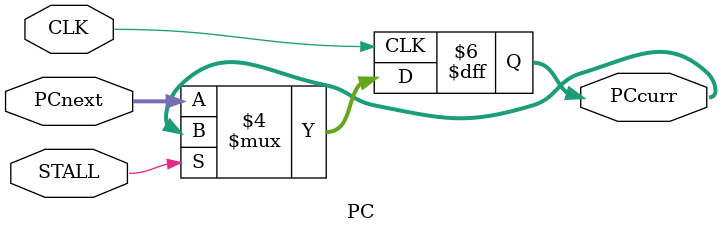
<source format=v>
`timescale 1ns / 1ps


//PROGRAM COUNTER
module PC #(parameter dep=17)
(input CLK, STALL, input[dep-1:0] PCnext, output reg[dep-1:0] PCcurr);

    initial PCcurr = 0;
    always @(posedge CLK)
        if (!STALL) PCcurr <= PCnext;
endmodule

</source>
